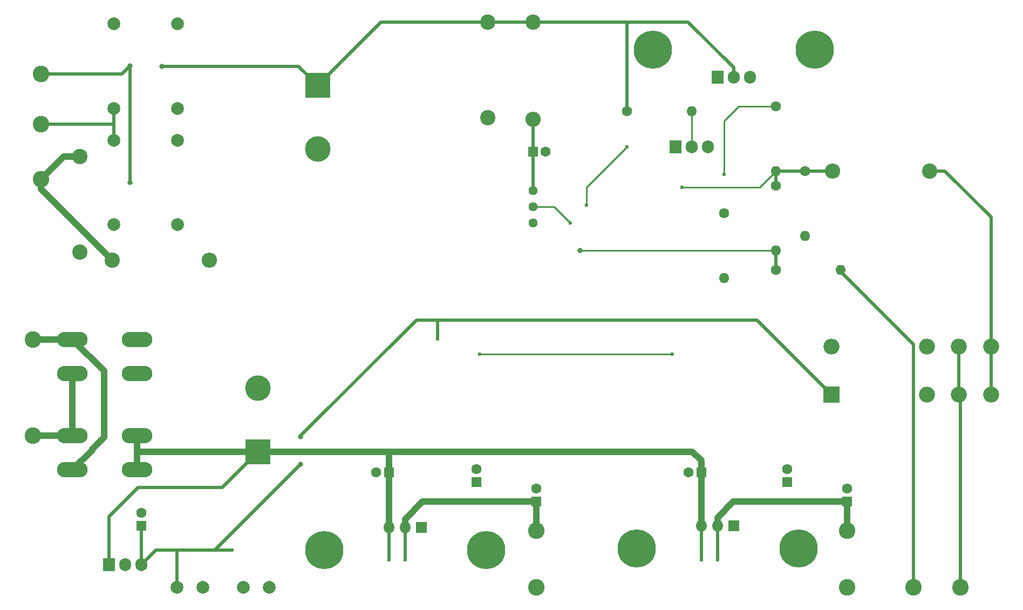
<source format=gbr>
G04 #@! TF.GenerationSoftware,KiCad,Pcbnew,(5.1.9-0-10_14)*
G04 #@! TF.CreationDate,2021-02-21T16:18:30+01:00*
G04 #@! TF.ProjectId,hv-power-supply-v1,68762d70-6f77-4657-922d-737570706c79,rev?*
G04 #@! TF.SameCoordinates,Original*
G04 #@! TF.FileFunction,Copper,L2,Bot*
G04 #@! TF.FilePolarity,Positive*
%FSLAX46Y46*%
G04 Gerber Fmt 4.6, Leading zero omitted, Abs format (unit mm)*
G04 Created by KiCad (PCBNEW (5.1.9-0-10_14)) date 2021-02-21 16:18:30*
%MOMM*%
%LPD*%
G01*
G04 APERTURE LIST*
G04 #@! TA.AperFunction,ComponentPad*
%ADD10O,2.400000X2.400000*%
G04 #@! TD*
G04 #@! TA.AperFunction,ComponentPad*
%ADD11C,2.400000*%
G04 #@! TD*
G04 #@! TA.AperFunction,ComponentPad*
%ADD12O,4.800600X2.400300*%
G04 #@! TD*
G04 #@! TA.AperFunction,ComponentPad*
%ADD13C,1.600000*%
G04 #@! TD*
G04 #@! TA.AperFunction,ComponentPad*
%ADD14R,1.600000X1.600000*%
G04 #@! TD*
G04 #@! TA.AperFunction,ComponentPad*
%ADD15C,2.000000*%
G04 #@! TD*
G04 #@! TA.AperFunction,ComponentPad*
%ADD16O,1.600000X1.600000*%
G04 #@! TD*
G04 #@! TA.AperFunction,ComponentPad*
%ADD17O,1.905000X2.000000*%
G04 #@! TD*
G04 #@! TA.AperFunction,ComponentPad*
%ADD18R,1.905000X2.000000*%
G04 #@! TD*
G04 #@! TA.AperFunction,ComponentPad*
%ADD19C,2.600000*%
G04 #@! TD*
G04 #@! TA.AperFunction,ComponentPad*
%ADD20C,1.440000*%
G04 #@! TD*
G04 #@! TA.AperFunction,ComponentPad*
%ADD21O,2.500000X2.500000*%
G04 #@! TD*
G04 #@! TA.AperFunction,ComponentPad*
%ADD22R,2.500000X2.500000*%
G04 #@! TD*
G04 #@! TA.AperFunction,ComponentPad*
%ADD23C,4.000000*%
G04 #@! TD*
G04 #@! TA.AperFunction,ComponentPad*
%ADD24R,4.000000X4.000000*%
G04 #@! TD*
G04 #@! TA.AperFunction,ComponentPad*
%ADD25C,5.999480*%
G04 #@! TD*
G04 #@! TA.AperFunction,ComponentPad*
%ADD26R,1.800000X1.800000*%
G04 #@! TD*
G04 #@! TA.AperFunction,ComponentPad*
%ADD27O,1.800000X1.800000*%
G04 #@! TD*
G04 #@! TA.AperFunction,ViaPad*
%ADD28C,0.600000*%
G04 #@! TD*
G04 #@! TA.AperFunction,ViaPad*
%ADD29C,0.800000*%
G04 #@! TD*
G04 #@! TA.AperFunction,Conductor*
%ADD30C,1.000000*%
G04 #@! TD*
G04 #@! TA.AperFunction,Conductor*
%ADD31C,0.500000*%
G04 #@! TD*
G04 #@! TA.AperFunction,Conductor*
%ADD32C,0.250000*%
G04 #@! TD*
G04 APERTURE END LIST*
D10*
X183604000Y-74064000D03*
D11*
X198844000Y-74064000D03*
D12*
X64351000Y-100480000D03*
X74511000Y-100480000D03*
X74511000Y-120927000D03*
X64351000Y-120927000D03*
X74511000Y-115593000D03*
X64351000Y-115593000D03*
X64351000Y-105814000D03*
X74511000Y-105814000D03*
D13*
X127724000Y-120832000D03*
D14*
X127724000Y-122832000D03*
D13*
X176492000Y-120832000D03*
D14*
X176492000Y-122832000D03*
D13*
X161030000Y-121308000D03*
D14*
X163030000Y-121308000D03*
D10*
X85814000Y-88034000D03*
D11*
X70574000Y-88034000D03*
D15*
X70828000Y-69238000D03*
X80828000Y-69238000D03*
X70828000Y-82446000D03*
X80828000Y-82446000D03*
X70828000Y-64285000D03*
X80828000Y-64285000D03*
X70828000Y-50950000D03*
X80828000Y-50950000D03*
D16*
X166586000Y-90828000D03*
D13*
X166586000Y-80668000D03*
D16*
X161506000Y-64666000D03*
D13*
X151346000Y-64666000D03*
D16*
X174714000Y-74064000D03*
D13*
X174714000Y-63904000D03*
D17*
X170650000Y-59332000D03*
X168110000Y-59332000D03*
D18*
X165570000Y-59332000D03*
D17*
X164046000Y-70254000D03*
X161506000Y-70254000D03*
D18*
X158966000Y-70254000D03*
D17*
X75146000Y-135786000D03*
X72606000Y-135786000D03*
D18*
X70066000Y-135786000D03*
D19*
X137122000Y-139342000D03*
X137122000Y-130452000D03*
X185890000Y-139342000D03*
X185890000Y-130452000D03*
X58128000Y-100480000D03*
X58128000Y-115593000D03*
X59398000Y-75334000D03*
X59398000Y-66698000D03*
X59398000Y-58824000D03*
D13*
X137122000Y-123880000D03*
D14*
X137122000Y-125880000D03*
D13*
X185890000Y-123880000D03*
D14*
X185890000Y-125880000D03*
D13*
X112008000Y-121308000D03*
D14*
X114008000Y-121308000D03*
D13*
X75146000Y-127690000D03*
D14*
X75146000Y-129690000D03*
D20*
X136614000Y-82192000D03*
X136614000Y-79652000D03*
X136614000Y-77112000D03*
D21*
X183496000Y-101616000D03*
X198496000Y-101616000D03*
X203496000Y-101616000D03*
X208496000Y-101616000D03*
X208496000Y-109116000D03*
X203496000Y-109116000D03*
X198496000Y-109116000D03*
D22*
X183496000Y-109116000D03*
D16*
X179286000Y-84224000D03*
D13*
X179286000Y-74064000D03*
D10*
X136614000Y-65936000D03*
D11*
X136614000Y-50696000D03*
D16*
X184874000Y-89558000D03*
D13*
X174714000Y-89558000D03*
D16*
X174714000Y-86510000D03*
D13*
X174714000Y-76350000D03*
D15*
X84798000Y-139342000D03*
X80734000Y-139342000D03*
X95212000Y-139342000D03*
X91148000Y-139342000D03*
D19*
X196304000Y-139342000D03*
X203670000Y-139342000D03*
D23*
X93434000Y-108133000D03*
D24*
X93434000Y-118133000D03*
D13*
X138614000Y-71016000D03*
D14*
X136614000Y-71016000D03*
D11*
X129502000Y-50696000D03*
X129502000Y-65696000D03*
D23*
X102832000Y-70602000D03*
D24*
X102832000Y-60602000D03*
D11*
X65494000Y-86778000D03*
X65494000Y-71778000D03*
D25*
X180810000Y-55014000D03*
X155410000Y-55014000D03*
D26*
X168110000Y-129690000D03*
D27*
X165570000Y-129690000D03*
X163030000Y-129690000D03*
D25*
X178270000Y-133246000D03*
X152870000Y-133246000D03*
X103848000Y-133500000D03*
X129248000Y-133500000D03*
D26*
X119088000Y-129944000D03*
D27*
X116548000Y-129944000D03*
X114008000Y-129944000D03*
D28*
X163030000Y-135024000D03*
X114008000Y-135024000D03*
X89370000Y-133500000D03*
X121671000Y-100437000D03*
D29*
X100165000Y-115720000D03*
X100165000Y-120038000D03*
D28*
X166586000Y-74572000D03*
D29*
X73368000Y-57554000D03*
X73368000Y-75842000D03*
X78368000Y-57634000D03*
D28*
X142456000Y-82192000D03*
X165570000Y-135024000D03*
X116548000Y-135024000D03*
X159982000Y-76604000D03*
X144996000Y-79398000D03*
X151346000Y-70254000D03*
X128232000Y-102766000D03*
X158458000Y-102766000D03*
D29*
X143980000Y-86510000D03*
D30*
X59398000Y-76858000D02*
X59398000Y-75334000D01*
X70574000Y-88034000D02*
X59398000Y-76858000D01*
X62954000Y-71778000D02*
X59398000Y-75334000D01*
X65494000Y-71778000D02*
X62954000Y-71778000D01*
D31*
X59398000Y-66698000D02*
X70828000Y-66698000D01*
X70828000Y-66698000D02*
X70828000Y-64285000D01*
X70828000Y-69238000D02*
X70828000Y-66698000D01*
D30*
X74638000Y-118133000D02*
X74511000Y-118006000D01*
X93434000Y-118133000D02*
X74638000Y-118133000D01*
X74511000Y-118006000D02*
X74511000Y-115593000D01*
X74511000Y-120927000D02*
X74511000Y-118006000D01*
D31*
X93434000Y-118133000D02*
X82852998Y-118133000D01*
X70066000Y-135786000D02*
X70066000Y-128293000D01*
X70066000Y-128293000D02*
X74638000Y-123721000D01*
X87846000Y-123721000D02*
X93434000Y-118133000D01*
X74638000Y-123721000D02*
X87846000Y-123721000D01*
D30*
X163030000Y-119508000D02*
X163030000Y-121308000D01*
X161655000Y-118133000D02*
X163030000Y-119508000D01*
X163030000Y-121308000D02*
X163030000Y-129690000D01*
X114008000Y-118260000D02*
X114135000Y-118133000D01*
X114008000Y-121308000D02*
X114008000Y-118260000D01*
X114135000Y-118133000D02*
X161655000Y-118133000D01*
X93434000Y-118133000D02*
X114135000Y-118133000D01*
X114008000Y-121308000D02*
X114008000Y-129944000D01*
D31*
X163030000Y-129690000D02*
X163030000Y-135024000D01*
X114008000Y-129944000D02*
X114008000Y-135024000D01*
X75146000Y-135786000D02*
X75146000Y-129690000D01*
X77432000Y-133500000D02*
X75146000Y-135786000D01*
X80734000Y-133500000D02*
X77432000Y-133500000D01*
X80734000Y-139342000D02*
X80734000Y-133500000D01*
X89370000Y-133500000D02*
X80734000Y-133500000D01*
X171812000Y-97432000D02*
X183496000Y-109116000D01*
X121671000Y-97475000D02*
X121628000Y-97432000D01*
X121671000Y-100437000D02*
X121671000Y-97475000D01*
X121628000Y-97432000D02*
X171812000Y-97432000D01*
X121628000Y-97432000D02*
X118326000Y-97432000D01*
X100165000Y-115593000D02*
X100165000Y-115720000D01*
X118326000Y-97432000D02*
X100165000Y-115593000D01*
X86703000Y-133500000D02*
X100165000Y-120038000D01*
X77432000Y-133500000D02*
X80861000Y-133500000D01*
X80861000Y-133500000D02*
X86703000Y-133500000D01*
X80861000Y-133500000D02*
X82004000Y-133500000D01*
X184874000Y-89861998D02*
X184874000Y-89558000D01*
X196304000Y-101291998D02*
X184874000Y-89861998D01*
X196304000Y-139342000D02*
X196304000Y-101291998D01*
X208496000Y-101616000D02*
X208496000Y-109116000D01*
X198844000Y-74064000D02*
X201257000Y-74064000D01*
X201257000Y-74064000D02*
X208496000Y-81303000D01*
X208496000Y-81303000D02*
X208496000Y-88542000D01*
X208496000Y-88542000D02*
X208496000Y-101616000D01*
X208496000Y-88034000D02*
X208496000Y-88542000D01*
D32*
X174714000Y-63904000D02*
X168872000Y-63904000D01*
X166586000Y-66190000D02*
X166586000Y-74572000D01*
X168872000Y-63904000D02*
X166586000Y-66190000D01*
D30*
X64351000Y-105814000D02*
X64351000Y-115593000D01*
X58128000Y-115593000D02*
X64351000Y-115593000D01*
X67451310Y-117826690D02*
X67451310Y-117699690D01*
X64351000Y-120927000D02*
X67451310Y-117826690D01*
X67451310Y-117699690D02*
X69304000Y-115847000D01*
X69304000Y-105433000D02*
X64351000Y-100480000D01*
X69304000Y-115847000D02*
X69304000Y-105433000D01*
X58128000Y-100480000D02*
X64351000Y-100480000D01*
D31*
X73368000Y-57554000D02*
X73368000Y-75842000D01*
X72098000Y-58824000D02*
X73368000Y-57554000D01*
X59398000Y-58824000D02*
X72098000Y-58824000D01*
X99864000Y-57634000D02*
X102832000Y-60602000D01*
X78368000Y-57634000D02*
X99864000Y-57634000D01*
X168110000Y-57832000D02*
X168110000Y-59332000D01*
X160974000Y-50696000D02*
X168110000Y-57832000D01*
X136614000Y-50696000D02*
X129502000Y-50696000D01*
X112738000Y-50696000D02*
X102832000Y-60602000D01*
X129502000Y-50696000D02*
X112738000Y-50696000D01*
X151346000Y-50950000D02*
X151600000Y-50696000D01*
X151346000Y-64666000D02*
X151346000Y-50950000D01*
X151600000Y-50696000D02*
X136614000Y-50696000D01*
X160974000Y-50696000D02*
X151600000Y-50696000D01*
X136614000Y-77112000D02*
X136614000Y-71016000D01*
X136614000Y-71016000D02*
X136614000Y-65936000D01*
D32*
X139916000Y-79652000D02*
X142456000Y-82192000D01*
X136614000Y-79652000D02*
X139916000Y-79652000D01*
D30*
X185890000Y-125880000D02*
X185890000Y-130452000D01*
X168107208Y-125880000D02*
X185890000Y-125880000D01*
X165570000Y-128417208D02*
X168107208Y-125880000D01*
X165570000Y-129690000D02*
X165570000Y-128417208D01*
D31*
X165570000Y-129690000D02*
X165570000Y-135024000D01*
D30*
X137122000Y-125880000D02*
X137122000Y-130452000D01*
X116548000Y-128671208D02*
X119339208Y-125880000D01*
X119339208Y-125880000D02*
X137122000Y-125880000D01*
X116548000Y-129944000D02*
X116548000Y-128671208D01*
D31*
X116548000Y-129944000D02*
X116548000Y-135024000D01*
D32*
X174714000Y-74064000D02*
X172174000Y-76604000D01*
X172174000Y-76604000D02*
X159982000Y-76604000D01*
D31*
X174714000Y-74064000D02*
X174714000Y-76350000D01*
X174714000Y-74064000D02*
X179286000Y-74064000D01*
X179286000Y-74064000D02*
X183604000Y-74064000D01*
X203496000Y-101616000D02*
X203496000Y-109116000D01*
X203670000Y-109290000D02*
X203496000Y-109116000D01*
X203670000Y-139342000D02*
X203670000Y-109290000D01*
D32*
X144996000Y-76604000D02*
X151346000Y-70254000D01*
X144996000Y-79398000D02*
X144996000Y-76604000D01*
X128232000Y-102766000D02*
X158458000Y-102766000D01*
X161506000Y-64666000D02*
X161506000Y-70254000D01*
D31*
X174714000Y-86510000D02*
X174714000Y-89558000D01*
D32*
X174714000Y-86510000D02*
X146266000Y-86510000D01*
X146266000Y-86510000D02*
X143980000Y-86510000D01*
M02*

</source>
